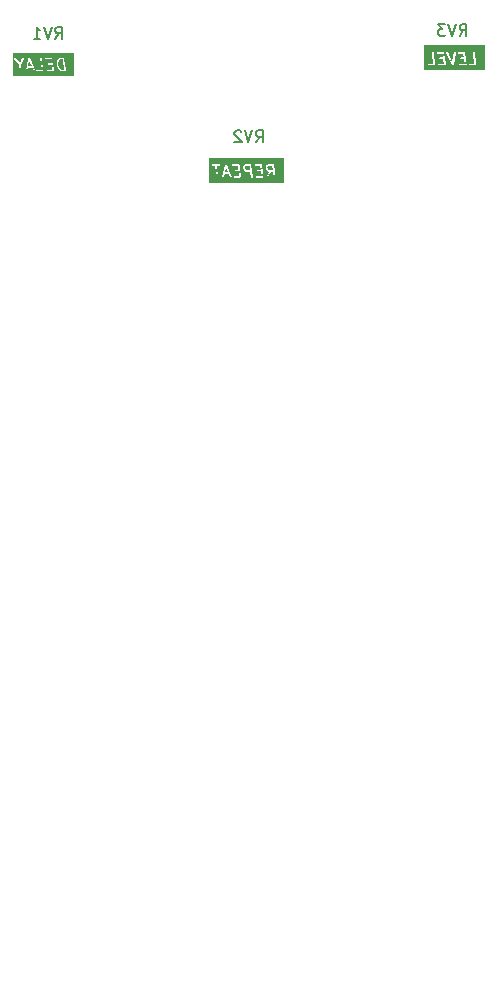
<source format=gbo>
G04 #@! TF.GenerationSoftware,KiCad,Pcbnew,7.0.5.1-1-g8f565ef7f0-dirty-deb11*
G04 #@! TF.CreationDate,2023-08-10T10:02:23+00:00*
G04 #@! TF.ProjectId,rebote-smd,7265626f-7465-42d7-936d-642e6b696361,1.0*
G04 #@! TF.SameCoordinates,Original*
G04 #@! TF.FileFunction,Legend,Bot*
G04 #@! TF.FilePolarity,Positive*
%FSLAX46Y46*%
G04 Gerber Fmt 4.6, Leading zero omitted, Abs format (unit mm)*
G04 Created by KiCad (PCBNEW 7.0.5.1-1-g8f565ef7f0-dirty-deb11) date 2023-08-10 10:02:23*
%MOMM*%
%LPD*%
G01*
G04 APERTURE LIST*
%ADD10C,0.150000*%
%ADD11C,0.125000*%
%ADD12C,1.998980*%
%ADD13O,3.000000X1.900000*%
%ADD14C,3.400000*%
%ADD15O,2.100000X2.100000*%
%ADD16C,2.000000*%
%ADD17C,2.300000*%
%ADD18C,2.398980*%
%ADD19C,1.700000*%
%ADD20C,1.924000*%
G04 APERTURE END LIST*
D10*
G36*
X163002857Y-67917857D02*
G01*
X157806428Y-67917857D01*
X157806428Y-67430943D01*
X158149421Y-67430943D01*
X158167717Y-67471007D01*
X158204769Y-67494819D01*
X158702330Y-67494819D01*
X158723617Y-67495212D01*
X158733782Y-67488940D01*
X158745242Y-67485576D01*
X158752137Y-67477618D01*
X158761102Y-67472088D01*
X158766263Y-67461314D01*
X158774084Y-67452290D01*
X158775582Y-67441866D01*
X158780134Y-67432368D01*
X158778652Y-67420515D01*
X158780352Y-67408695D01*
X158775977Y-67399115D01*
X158654956Y-66430943D01*
X158929183Y-66430943D01*
X158947479Y-66471007D01*
X158984531Y-66494819D01*
X159416536Y-66494819D01*
X159457309Y-66821009D01*
X159198152Y-66821009D01*
X159166674Y-66830252D01*
X159137832Y-66863538D01*
X159131564Y-66907133D01*
X159149860Y-66947197D01*
X159186912Y-66971009D01*
X159476059Y-66971009D01*
X159522785Y-67344819D01*
X159120771Y-67344819D01*
X159089293Y-67354062D01*
X159060451Y-67387348D01*
X159054183Y-67430943D01*
X159072479Y-67471007D01*
X159109531Y-67494819D01*
X159607092Y-67494819D01*
X159628379Y-67495212D01*
X159638544Y-67488940D01*
X159650004Y-67485576D01*
X159656899Y-67477618D01*
X159665864Y-67472088D01*
X159671025Y-67461314D01*
X159678846Y-67452290D01*
X159680344Y-67441866D01*
X159684896Y-67432368D01*
X159683414Y-67420515D01*
X159685114Y-67408695D01*
X159680739Y-67399115D01*
X159617937Y-66896703D01*
X159619637Y-66884885D01*
X159615263Y-66875307D01*
X159559731Y-66431049D01*
X159738722Y-66431049D01*
X160200712Y-67439030D01*
X160201416Y-67447779D01*
X160209705Y-67458652D01*
X160210722Y-67460869D01*
X160216224Y-67467201D01*
X160228120Y-67482804D01*
X160230546Y-67483684D01*
X160232240Y-67485634D01*
X160251076Y-67491136D01*
X160269520Y-67497831D01*
X160272038Y-67497259D01*
X160274517Y-67497984D01*
X160293331Y-67492431D01*
X160312474Y-67488091D01*
X160314284Y-67486248D01*
X160316759Y-67485518D01*
X160329578Y-67470683D01*
X160343342Y-67456675D01*
X160343869Y-67454145D01*
X160345556Y-67452193D01*
X160348320Y-67432777D01*
X160557037Y-66430943D01*
X160691088Y-66430943D01*
X160709384Y-66471007D01*
X160746436Y-66494819D01*
X161178441Y-66494819D01*
X161219214Y-66821009D01*
X160960057Y-66821009D01*
X160928579Y-66830252D01*
X160899737Y-66863538D01*
X160893469Y-66907133D01*
X160911765Y-66947197D01*
X160948817Y-66971009D01*
X161237964Y-66971009D01*
X161284690Y-67344819D01*
X160882676Y-67344819D01*
X160851198Y-67354062D01*
X160822356Y-67387348D01*
X160816088Y-67430943D01*
X160834384Y-67471007D01*
X160871436Y-67494819D01*
X161368997Y-67494819D01*
X161390284Y-67495212D01*
X161400449Y-67488940D01*
X161411909Y-67485576D01*
X161418804Y-67477618D01*
X161427769Y-67472088D01*
X161432930Y-67461314D01*
X161440751Y-67452290D01*
X161442249Y-67441866D01*
X161446801Y-67432368D01*
X161446623Y-67430943D01*
X161625612Y-67430943D01*
X161643908Y-67471007D01*
X161680960Y-67494819D01*
X162178521Y-67494819D01*
X162199808Y-67495212D01*
X162209973Y-67488940D01*
X162221433Y-67485576D01*
X162228328Y-67477618D01*
X162237293Y-67472088D01*
X162242454Y-67461314D01*
X162250275Y-67452290D01*
X162251773Y-67441866D01*
X162256325Y-67432368D01*
X162254843Y-67420515D01*
X162256543Y-67408695D01*
X162252168Y-67399115D01*
X162127256Y-66399818D01*
X162114181Y-66369729D01*
X162077574Y-66345239D01*
X162033538Y-66344426D01*
X161996053Y-66367550D01*
X161977021Y-66407270D01*
X162094214Y-67344819D01*
X161692200Y-67344819D01*
X161660722Y-67354062D01*
X161631880Y-67387348D01*
X161625612Y-67430943D01*
X161446623Y-67430943D01*
X161445319Y-67420515D01*
X161447019Y-67408695D01*
X161442644Y-67399115D01*
X161379842Y-66896703D01*
X161381542Y-66884885D01*
X161377168Y-66875307D01*
X161320319Y-66420516D01*
X161322019Y-66408695D01*
X161313152Y-66389280D01*
X161304657Y-66369729D01*
X161304034Y-66369312D01*
X161303723Y-66368631D01*
X161285755Y-66357083D01*
X161268050Y-66345239D01*
X161267303Y-66345225D01*
X161266671Y-66344819D01*
X161245301Y-66344819D01*
X161224014Y-66344426D01*
X161223377Y-66344819D01*
X160757676Y-66344819D01*
X160726198Y-66354062D01*
X160697356Y-66387348D01*
X160691088Y-66430943D01*
X160557037Y-66430943D01*
X160558367Y-66424560D01*
X160555738Y-66391859D01*
X160529034Y-66356834D01*
X160487634Y-66341807D01*
X160444680Y-66351547D01*
X160413812Y-66382963D01*
X160247522Y-67181149D01*
X159879765Y-66378768D01*
X159858247Y-66354004D01*
X159815970Y-66341653D01*
X159773728Y-66354120D01*
X159744930Y-66387445D01*
X159738722Y-66431049D01*
X159559731Y-66431049D01*
X159558414Y-66420516D01*
X159560114Y-66408695D01*
X159551247Y-66389280D01*
X159542752Y-66369729D01*
X159542129Y-66369312D01*
X159541818Y-66368631D01*
X159523850Y-66357083D01*
X159506145Y-66345239D01*
X159505398Y-66345225D01*
X159504766Y-66344819D01*
X159483396Y-66344819D01*
X159462109Y-66344426D01*
X159461472Y-66344819D01*
X158995771Y-66344819D01*
X158964293Y-66354062D01*
X158935451Y-66387348D01*
X158929183Y-66430943D01*
X158654956Y-66430943D01*
X158651065Y-66399818D01*
X158637990Y-66369729D01*
X158601383Y-66345239D01*
X158557347Y-66344426D01*
X158519862Y-66367550D01*
X158500830Y-66407270D01*
X158618023Y-67344819D01*
X158216009Y-67344819D01*
X158184531Y-67354062D01*
X158155689Y-67387348D01*
X158149421Y-67430943D01*
X157806428Y-67430943D01*
X157806428Y-65807143D01*
X163002857Y-65807143D01*
X163002857Y-67917857D01*
G37*
D11*
G36*
X124645841Y-67572904D02*
G01*
X124343911Y-67572904D01*
X124438264Y-67120009D01*
X124645841Y-67572904D01*
G37*
G36*
X127374822Y-67858619D02*
G01*
X127217281Y-67858619D01*
X127090355Y-67818002D01*
X126999810Y-67737516D01*
X126948368Y-67655209D01*
X126881726Y-67477494D01*
X126865750Y-67349687D01*
X126887677Y-67174269D01*
X126916813Y-67096572D01*
X126981769Y-67022337D01*
X127093086Y-66983619D01*
X127265447Y-66983619D01*
X127374822Y-67858619D01*
G37*
G36*
X128215357Y-68380357D02*
G01*
X123013571Y-68380357D01*
X123013571Y-66907791D01*
X123161621Y-66907791D01*
X123164537Y-66944378D01*
X123564262Y-67469390D01*
X123622812Y-67937789D01*
X123633708Y-67962861D01*
X123664213Y-67983271D01*
X123700911Y-67983948D01*
X123732149Y-67964677D01*
X123748009Y-67931578D01*
X123746208Y-67917170D01*
X124144506Y-67917170D01*
X124146696Y-67944419D01*
X124168949Y-67973608D01*
X124203450Y-67986130D01*
X124239245Y-67978013D01*
X124264968Y-67951832D01*
X124317870Y-67697904D01*
X124703133Y-67697904D01*
X124821120Y-67955330D01*
X124839050Y-67975966D01*
X124874281Y-67986259D01*
X124909483Y-67975870D01*
X124933482Y-67948098D01*
X124936003Y-67930389D01*
X125000192Y-67930389D01*
X125015439Y-67963776D01*
X125046316Y-67983619D01*
X125540249Y-67983619D01*
X125558055Y-67983947D01*
X125566526Y-67978720D01*
X125576076Y-67975917D01*
X125581822Y-67969285D01*
X125589293Y-67964677D01*
X125593593Y-67955701D01*
X125600112Y-67948179D01*
X125601361Y-67939490D01*
X125605153Y-67931577D01*
X125603918Y-67921701D01*
X125605335Y-67911849D01*
X125601689Y-67903865D01*
X125480004Y-66930389D01*
X125779954Y-66930389D01*
X125795201Y-66963776D01*
X125826078Y-66983619D01*
X126265447Y-66983619D01*
X126309346Y-67334809D01*
X126037824Y-67334809D01*
X126011594Y-67342511D01*
X125987558Y-67370249D01*
X125982335Y-67406579D01*
X125997582Y-67439966D01*
X126028459Y-67459809D01*
X126324970Y-67459809D01*
X126374822Y-67858619D01*
X125960443Y-67858619D01*
X125934213Y-67866321D01*
X125910177Y-67894059D01*
X125904954Y-67930389D01*
X125920201Y-67963776D01*
X125951078Y-67983619D01*
X126445011Y-67983619D01*
X126462817Y-67983947D01*
X126471288Y-67978720D01*
X126480838Y-67975917D01*
X126486584Y-67969285D01*
X126494055Y-67964677D01*
X126498355Y-67955701D01*
X126504874Y-67948179D01*
X126506123Y-67939490D01*
X126509915Y-67931577D01*
X126508680Y-67921701D01*
X126510097Y-67911849D01*
X126506451Y-67903865D01*
X126443203Y-67397888D01*
X126444620Y-67388039D01*
X126440975Y-67380057D01*
X126435872Y-67339232D01*
X126738470Y-67339232D01*
X126739777Y-67349692D01*
X126739632Y-67350856D01*
X126740888Y-67358581D01*
X126757285Y-67489757D01*
X126755657Y-67497309D01*
X126759515Y-67507599D01*
X126759718Y-67509217D01*
X126762667Y-67516004D01*
X126829406Y-67693975D01*
X126829323Y-67700586D01*
X126835728Y-67710834D01*
X126836684Y-67713383D01*
X126840472Y-67718424D01*
X126893809Y-67803765D01*
X126896334Y-67812781D01*
X126903333Y-67819002D01*
X126903336Y-67819007D01*
X126922539Y-67836074D01*
X127013583Y-67917004D01*
X127022189Y-67927433D01*
X127035748Y-67931771D01*
X127048631Y-67937853D01*
X127052975Y-67937284D01*
X127180646Y-67978139D01*
X127189173Y-67983619D01*
X127206782Y-67983619D01*
X127224365Y-67984043D01*
X127225061Y-67983619D01*
X127445011Y-67983619D01*
X127462817Y-67983947D01*
X127471288Y-67978720D01*
X127480838Y-67975917D01*
X127486584Y-67969285D01*
X127494055Y-67964677D01*
X127498355Y-67955701D01*
X127504874Y-67948179D01*
X127506123Y-67939490D01*
X127509915Y-67931577D01*
X127508680Y-67921701D01*
X127510097Y-67911849D01*
X127506451Y-67903865D01*
X127383680Y-66921701D01*
X127385097Y-66911849D01*
X127377714Y-66895683D01*
X127370628Y-66879377D01*
X127370109Y-66879030D01*
X127369850Y-66878462D01*
X127354921Y-66868868D01*
X127340123Y-66858967D01*
X127339496Y-66858955D01*
X127338973Y-66858619D01*
X127321231Y-66858619D01*
X127303425Y-66858291D01*
X127302893Y-66858619D01*
X127089950Y-66858619D01*
X127079326Y-66856059D01*
X127063447Y-66861581D01*
X127047308Y-66866321D01*
X127046223Y-66867572D01*
X126926685Y-66909150D01*
X126910670Y-66913770D01*
X126903374Y-66922108D01*
X126894356Y-66928551D01*
X126891528Y-66935646D01*
X126819612Y-67017834D01*
X126810210Y-67024848D01*
X126804585Y-67039847D01*
X126797857Y-67054394D01*
X126798201Y-67056872D01*
X126771783Y-67127319D01*
X126766832Y-67133252D01*
X126765468Y-67144159D01*
X126764897Y-67145684D01*
X126764357Y-67153051D01*
X126742007Y-67331848D01*
X126738470Y-67339232D01*
X126435872Y-67339232D01*
X126383680Y-66921701D01*
X126385097Y-66911849D01*
X126377714Y-66895683D01*
X126370628Y-66879377D01*
X126370109Y-66879030D01*
X126369850Y-66878462D01*
X126354921Y-66868868D01*
X126340123Y-66858967D01*
X126339496Y-66858955D01*
X126338973Y-66858619D01*
X126321231Y-66858619D01*
X126303425Y-66858291D01*
X126302893Y-66858619D01*
X125835443Y-66858619D01*
X125809213Y-66866321D01*
X125785177Y-66894059D01*
X125779954Y-66930389D01*
X125480004Y-66930389D01*
X125476762Y-66904449D01*
X125465866Y-66879377D01*
X125435361Y-66858967D01*
X125398663Y-66858291D01*
X125367425Y-66877561D01*
X125351565Y-66910661D01*
X125470060Y-67858619D01*
X125055681Y-67858619D01*
X125029451Y-67866321D01*
X125005415Y-67894059D01*
X125000192Y-67930389D01*
X124936003Y-67930389D01*
X124938655Y-67911761D01*
X124800166Y-67609604D01*
X124792468Y-67592747D01*
X124792428Y-67592721D01*
X124477273Y-66905111D01*
X124476687Y-66897818D01*
X124469775Y-66888752D01*
X124468930Y-66886908D01*
X124464354Y-66881642D01*
X124454434Y-66868630D01*
X124452409Y-66867895D01*
X124451000Y-66866273D01*
X124435318Y-66861691D01*
X124419933Y-66856107D01*
X124417833Y-66856583D01*
X124415769Y-66855980D01*
X124400090Y-66860607D01*
X124384138Y-66864225D01*
X124382629Y-66865760D01*
X124380567Y-66866369D01*
X124369879Y-66878736D01*
X124358415Y-66890405D01*
X124357976Y-66892511D01*
X124356569Y-66894140D01*
X124354263Y-66910333D01*
X124209176Y-67606750D01*
X124207796Y-67608344D01*
X124205461Y-67624584D01*
X124144506Y-67917170D01*
X123746208Y-67917170D01*
X123688595Y-67456259D01*
X123951787Y-66941573D01*
X123956872Y-66914713D01*
X123943119Y-66880684D01*
X123913151Y-66859493D01*
X123876483Y-66857867D01*
X123844758Y-66876324D01*
X123613760Y-67328052D01*
X123269665Y-66876108D01*
X123247648Y-66859904D01*
X123211018Y-66857583D01*
X123178949Y-66875435D01*
X123161621Y-66907791D01*
X123013571Y-66907791D01*
X123013571Y-66407143D01*
X128215357Y-66407143D01*
X128215357Y-68380357D01*
G37*
D10*
G36*
X141264676Y-76559104D02*
G01*
X140997598Y-76559104D01*
X141081060Y-76158487D01*
X141264676Y-76559104D01*
G37*
G36*
X145034690Y-76368628D02*
G01*
X144885051Y-76368628D01*
X144866625Y-76366901D01*
X144863290Y-76368628D01*
X144755461Y-76368628D01*
X144679241Y-76332759D01*
X144641819Y-76299496D01*
X144596779Y-76227432D01*
X144583266Y-76119326D01*
X144607699Y-76054172D01*
X144631339Y-76027155D01*
X144691970Y-75994819D01*
X144987965Y-75994819D01*
X145034690Y-76368628D01*
G37*
G36*
X143129928Y-76368628D02*
G01*
X142850699Y-76368628D01*
X142774479Y-76332759D01*
X142737057Y-76299496D01*
X142692017Y-76227432D01*
X142678504Y-76119326D01*
X142702937Y-76054172D01*
X142726577Y-76027155D01*
X142787208Y-75994819D01*
X143083203Y-75994819D01*
X143129928Y-76368628D01*
G37*
G36*
X146002857Y-77417857D02*
G01*
X139663571Y-77417857D01*
X139663571Y-75930943D01*
X139881564Y-75930943D01*
X139899860Y-75971007D01*
X139936912Y-75994819D01*
X140178441Y-75994819D01*
X140296565Y-76939820D01*
X140309641Y-76969909D01*
X140346248Y-76994399D01*
X140390284Y-76995212D01*
X140427769Y-76972088D01*
X140446801Y-76932368D01*
X140444640Y-76915078D01*
X140770216Y-76915078D01*
X140772845Y-76947779D01*
X140799549Y-76982804D01*
X140840949Y-76997832D01*
X140883903Y-76988091D01*
X140914771Y-76956675D01*
X140966348Y-76709104D01*
X141333426Y-76709104D01*
X141448819Y-76960870D01*
X141470337Y-76985634D01*
X141512613Y-76997985D01*
X141554855Y-76985519D01*
X141583653Y-76952193D01*
X141589861Y-76908589D01*
X141449684Y-76602748D01*
X141440627Y-76582916D01*
X141440580Y-76582885D01*
X141141773Y-75930943D01*
X141595850Y-75930943D01*
X141614146Y-75971007D01*
X141651198Y-75994819D01*
X142083203Y-75994819D01*
X142123976Y-76321009D01*
X141864819Y-76321009D01*
X141833341Y-76330252D01*
X141804499Y-76363538D01*
X141798231Y-76407133D01*
X141816527Y-76447197D01*
X141853579Y-76471009D01*
X142142726Y-76471009D01*
X142189452Y-76844819D01*
X141787438Y-76844819D01*
X141755960Y-76854062D01*
X141727118Y-76887348D01*
X141720850Y-76930943D01*
X141739146Y-76971007D01*
X141776198Y-76994819D01*
X142273759Y-76994819D01*
X142295046Y-76995212D01*
X142305211Y-76988940D01*
X142316671Y-76985576D01*
X142323566Y-76977618D01*
X142332531Y-76972088D01*
X142337692Y-76961314D01*
X142345513Y-76952290D01*
X142347011Y-76941866D01*
X142351563Y-76932368D01*
X142350081Y-76920515D01*
X142351781Y-76908695D01*
X142347406Y-76899115D01*
X142284604Y-76396703D01*
X142286304Y-76384885D01*
X142281930Y-76375307D01*
X142247235Y-76097746D01*
X142524640Y-76097746D01*
X142526449Y-76112222D01*
X142525383Y-76126776D01*
X142529130Y-76133667D01*
X142544590Y-76257348D01*
X142544378Y-76274227D01*
X142553089Y-76288165D01*
X142559641Y-76303242D01*
X142564575Y-76306543D01*
X142609857Y-76378994D01*
X142612886Y-76389815D01*
X142674891Y-76444931D01*
X142680883Y-76454493D01*
X142700869Y-76463898D01*
X142720643Y-76473232D01*
X142720690Y-76473225D01*
X142797533Y-76509387D01*
X142811912Y-76518628D01*
X142828141Y-76518628D01*
X142844173Y-76521121D01*
X142849801Y-76518628D01*
X143148678Y-76518628D01*
X143201327Y-76939820D01*
X143214403Y-76969909D01*
X143251010Y-76994399D01*
X143295046Y-76995212D01*
X143332531Y-76972088D01*
X143351563Y-76932368D01*
X143290557Y-76444324D01*
X143292257Y-76432504D01*
X143287882Y-76422924D01*
X143226384Y-75930943D01*
X143500612Y-75930943D01*
X143518908Y-75971007D01*
X143555960Y-75994819D01*
X143987965Y-75994819D01*
X144028738Y-76321009D01*
X143769581Y-76321009D01*
X143738103Y-76330252D01*
X143709261Y-76363538D01*
X143702993Y-76407133D01*
X143721289Y-76447197D01*
X143758341Y-76471009D01*
X144047488Y-76471009D01*
X144094214Y-76844819D01*
X143692200Y-76844819D01*
X143660722Y-76854062D01*
X143631880Y-76887348D01*
X143625612Y-76930943D01*
X143643908Y-76971007D01*
X143680960Y-76994819D01*
X144178521Y-76994819D01*
X144199808Y-76995212D01*
X144209973Y-76988940D01*
X144221433Y-76985576D01*
X144228328Y-76977618D01*
X144237293Y-76972088D01*
X144242454Y-76961314D01*
X144250275Y-76952290D01*
X144251773Y-76941866D01*
X144256325Y-76932368D01*
X144254843Y-76920515D01*
X144256543Y-76908695D01*
X144252168Y-76899115D01*
X144189366Y-76396703D01*
X144191066Y-76384885D01*
X144186692Y-76375307D01*
X144151997Y-76097746D01*
X144429402Y-76097746D01*
X144431211Y-76112222D01*
X144430145Y-76126776D01*
X144433892Y-76133667D01*
X144449352Y-76257348D01*
X144449140Y-76274227D01*
X144457851Y-76288165D01*
X144464403Y-76303242D01*
X144469337Y-76306543D01*
X144514619Y-76378994D01*
X144517648Y-76389815D01*
X144579653Y-76444931D01*
X144585645Y-76454493D01*
X144605631Y-76463898D01*
X144625405Y-76473232D01*
X144625452Y-76473225D01*
X144702295Y-76509387D01*
X144716674Y-76518628D01*
X144732903Y-76518628D01*
X144748935Y-76521121D01*
X144751009Y-76520202D01*
X144537352Y-76891781D01*
X144529673Y-76923676D01*
X144544152Y-76965272D01*
X144578821Y-76992437D01*
X144622672Y-76996546D01*
X144661785Y-76976295D01*
X144924943Y-76518628D01*
X145053440Y-76518628D01*
X145106089Y-76939820D01*
X145119165Y-76969909D01*
X145155772Y-76994399D01*
X145199808Y-76995212D01*
X145237293Y-76972088D01*
X145256325Y-76932368D01*
X145195319Y-76444324D01*
X145197019Y-76432504D01*
X145192644Y-76422924D01*
X145129843Y-75920516D01*
X145131543Y-75908695D01*
X145122674Y-75889273D01*
X145114181Y-75869729D01*
X145113558Y-75869312D01*
X145113247Y-75868631D01*
X145095279Y-75857083D01*
X145077574Y-75845239D01*
X145076827Y-75845225D01*
X145076195Y-75844819D01*
X145054825Y-75844819D01*
X145033538Y-75844426D01*
X145032901Y-75844819D01*
X144676273Y-75844819D01*
X144657357Y-75843279D01*
X144644708Y-75850024D01*
X144630960Y-75854062D01*
X144625650Y-75860189D01*
X144555587Y-75897556D01*
X144541994Y-75901477D01*
X144529379Y-75915893D01*
X144515702Y-75929304D01*
X144515017Y-75932306D01*
X144491058Y-75959688D01*
X144479776Y-75968103D01*
X144473024Y-75986107D01*
X144464952Y-76003559D01*
X144465364Y-76006532D01*
X144437486Y-76080873D01*
X144429402Y-76097746D01*
X144151997Y-76097746D01*
X144129843Y-75920516D01*
X144131543Y-75908695D01*
X144122674Y-75889273D01*
X144114181Y-75869729D01*
X144113558Y-75869312D01*
X144113247Y-75868631D01*
X144095279Y-75857083D01*
X144077574Y-75845239D01*
X144076827Y-75845225D01*
X144076195Y-75844819D01*
X144054825Y-75844819D01*
X144033538Y-75844426D01*
X144032901Y-75844819D01*
X143567200Y-75844819D01*
X143535722Y-75854062D01*
X143506880Y-75887348D01*
X143500612Y-75930943D01*
X143226384Y-75930943D01*
X143225081Y-75920516D01*
X143226781Y-75908695D01*
X143217912Y-75889273D01*
X143209419Y-75869729D01*
X143208796Y-75869312D01*
X143208485Y-75868631D01*
X143190517Y-75857083D01*
X143172812Y-75845239D01*
X143172065Y-75845225D01*
X143171433Y-75844819D01*
X143150063Y-75844819D01*
X143128776Y-75844426D01*
X143128139Y-75844819D01*
X142771511Y-75844819D01*
X142752595Y-75843279D01*
X142739946Y-75850024D01*
X142726198Y-75854062D01*
X142720888Y-75860189D01*
X142650825Y-75897556D01*
X142637232Y-75901477D01*
X142624617Y-75915893D01*
X142610940Y-75929304D01*
X142610255Y-75932306D01*
X142586296Y-75959688D01*
X142575014Y-75968103D01*
X142568262Y-75986107D01*
X142560190Y-76003559D01*
X142560602Y-76006532D01*
X142532724Y-76080873D01*
X142524640Y-76097746D01*
X142247235Y-76097746D01*
X142225081Y-75920516D01*
X142226781Y-75908695D01*
X142217912Y-75889273D01*
X142209419Y-75869729D01*
X142208796Y-75869312D01*
X142208485Y-75868631D01*
X142190517Y-75857083D01*
X142172812Y-75845239D01*
X142172065Y-75845225D01*
X142171433Y-75844819D01*
X142150063Y-75844819D01*
X142128776Y-75844426D01*
X142128139Y-75844819D01*
X141662438Y-75844819D01*
X141630960Y-75854062D01*
X141602118Y-75887348D01*
X141595850Y-75930943D01*
X141141773Y-75930943D01*
X141127869Y-75900608D01*
X141127166Y-75891859D01*
X141118874Y-75880984D01*
X141117859Y-75878768D01*
X141112358Y-75872437D01*
X141100462Y-75856834D01*
X141098035Y-75855953D01*
X141096342Y-75854004D01*
X141077507Y-75848501D01*
X141059062Y-75841806D01*
X141056543Y-75842377D01*
X141054065Y-75841653D01*
X141035248Y-75847206D01*
X141016108Y-75851547D01*
X141014297Y-75853389D01*
X141011823Y-75854120D01*
X140999000Y-75868958D01*
X140985240Y-75882963D01*
X140984713Y-75885491D01*
X140983025Y-75887445D01*
X140980259Y-75906869D01*
X140835914Y-76599724D01*
X140834261Y-76601633D01*
X140831463Y-76621089D01*
X140770216Y-76915078D01*
X140444640Y-76915078D01*
X140329607Y-75994819D01*
X140541145Y-75994819D01*
X140572623Y-75985576D01*
X140601465Y-75952290D01*
X140607733Y-75908695D01*
X140589437Y-75868631D01*
X140552385Y-75844819D01*
X140245301Y-75844819D01*
X140224014Y-75844426D01*
X140223377Y-75844819D01*
X139948152Y-75844819D01*
X139916674Y-75854062D01*
X139887832Y-75887348D01*
X139881564Y-75930943D01*
X139663571Y-75930943D01*
X139663571Y-75307143D01*
X146002857Y-75307143D01*
X146002857Y-77417857D01*
G37*
X143605238Y-74004819D02*
X143938571Y-73528628D01*
X144176666Y-74004819D02*
X144176666Y-73004819D01*
X144176666Y-73004819D02*
X143795714Y-73004819D01*
X143795714Y-73004819D02*
X143700476Y-73052438D01*
X143700476Y-73052438D02*
X143652857Y-73100057D01*
X143652857Y-73100057D02*
X143605238Y-73195295D01*
X143605238Y-73195295D02*
X143605238Y-73338152D01*
X143605238Y-73338152D02*
X143652857Y-73433390D01*
X143652857Y-73433390D02*
X143700476Y-73481009D01*
X143700476Y-73481009D02*
X143795714Y-73528628D01*
X143795714Y-73528628D02*
X144176666Y-73528628D01*
X143319523Y-73004819D02*
X142986190Y-74004819D01*
X142986190Y-74004819D02*
X142652857Y-73004819D01*
X142367142Y-73100057D02*
X142319523Y-73052438D01*
X142319523Y-73052438D02*
X142224285Y-73004819D01*
X142224285Y-73004819D02*
X141986190Y-73004819D01*
X141986190Y-73004819D02*
X141890952Y-73052438D01*
X141890952Y-73052438D02*
X141843333Y-73100057D01*
X141843333Y-73100057D02*
X141795714Y-73195295D01*
X141795714Y-73195295D02*
X141795714Y-73290533D01*
X141795714Y-73290533D02*
X141843333Y-73433390D01*
X141843333Y-73433390D02*
X142414761Y-74004819D01*
X142414761Y-74004819D02*
X141795714Y-74004819D01*
X126605238Y-65254819D02*
X126938571Y-64778628D01*
X127176666Y-65254819D02*
X127176666Y-64254819D01*
X127176666Y-64254819D02*
X126795714Y-64254819D01*
X126795714Y-64254819D02*
X126700476Y-64302438D01*
X126700476Y-64302438D02*
X126652857Y-64350057D01*
X126652857Y-64350057D02*
X126605238Y-64445295D01*
X126605238Y-64445295D02*
X126605238Y-64588152D01*
X126605238Y-64588152D02*
X126652857Y-64683390D01*
X126652857Y-64683390D02*
X126700476Y-64731009D01*
X126700476Y-64731009D02*
X126795714Y-64778628D01*
X126795714Y-64778628D02*
X127176666Y-64778628D01*
X126319523Y-64254819D02*
X125986190Y-65254819D01*
X125986190Y-65254819D02*
X125652857Y-64254819D01*
X124795714Y-65254819D02*
X125367142Y-65254819D01*
X125081428Y-65254819D02*
X125081428Y-64254819D01*
X125081428Y-64254819D02*
X125176666Y-64397676D01*
X125176666Y-64397676D02*
X125271904Y-64492914D01*
X125271904Y-64492914D02*
X125367142Y-64540533D01*
X160855238Y-65004819D02*
X161188571Y-64528628D01*
X161426666Y-65004819D02*
X161426666Y-64004819D01*
X161426666Y-64004819D02*
X161045714Y-64004819D01*
X161045714Y-64004819D02*
X160950476Y-64052438D01*
X160950476Y-64052438D02*
X160902857Y-64100057D01*
X160902857Y-64100057D02*
X160855238Y-64195295D01*
X160855238Y-64195295D02*
X160855238Y-64338152D01*
X160855238Y-64338152D02*
X160902857Y-64433390D01*
X160902857Y-64433390D02*
X160950476Y-64481009D01*
X160950476Y-64481009D02*
X161045714Y-64528628D01*
X161045714Y-64528628D02*
X161426666Y-64528628D01*
X160569523Y-64004819D02*
X160236190Y-65004819D01*
X160236190Y-65004819D02*
X159902857Y-64004819D01*
X159664761Y-64004819D02*
X159045714Y-64004819D01*
X159045714Y-64004819D02*
X159379047Y-64385771D01*
X159379047Y-64385771D02*
X159236190Y-64385771D01*
X159236190Y-64385771D02*
X159140952Y-64433390D01*
X159140952Y-64433390D02*
X159093333Y-64481009D01*
X159093333Y-64481009D02*
X159045714Y-64576247D01*
X159045714Y-64576247D02*
X159045714Y-64814342D01*
X159045714Y-64814342D02*
X159093333Y-64909580D01*
X159093333Y-64909580D02*
X159140952Y-64957200D01*
X159140952Y-64957200D02*
X159236190Y-65004819D01*
X159236190Y-65004819D02*
X159521904Y-65004819D01*
X159521904Y-65004819D02*
X159617142Y-64957200D01*
X159617142Y-64957200D02*
X159664761Y-64909580D01*
D12*
X155500000Y-135000000D03*
X155500000Y-142620000D03*
X127760000Y-142600000D03*
X127760000Y-134980000D03*
X131010000Y-135000000D03*
X131010000Y-142620000D03*
%LPC*%
G36*
G01*
X150050000Y-137075000D02*
X150050000Y-138575000D01*
G75*
G02*
X149850000Y-138775000I-200000J0D01*
G01*
X147250000Y-138775000D01*
G75*
G02*
X147050000Y-138575000I0J200000D01*
G01*
X147050000Y-137075000D01*
G75*
G02*
X147250000Y-136875000I200000J0D01*
G01*
X149850000Y-136875000D01*
G75*
G02*
X150050000Y-137075000I0J-200000D01*
G01*
G37*
D13*
X143250000Y-137825000D03*
X137950000Y-137825000D03*
X148550000Y-142525000D03*
X143250000Y-142550000D03*
X137950000Y-142525000D03*
X148550000Y-147225000D03*
X143250000Y-147225000D03*
X137950000Y-147225000D03*
D14*
X128595000Y-130665000D03*
X128595000Y-114435000D03*
X122245000Y-130665000D03*
X122245000Y-114435000D03*
X134945000Y-130665000D03*
X134945000Y-114435000D03*
G36*
G01*
X149860000Y-59175000D02*
X149860000Y-57475000D01*
G75*
G02*
X150060000Y-57275000I200000J0D01*
G01*
X151760000Y-57275000D01*
G75*
G02*
X151960000Y-57475000I0J-200000D01*
G01*
X151960000Y-59175000D01*
G75*
G02*
X151760000Y-59375000I-200000J0D01*
G01*
X150060000Y-59375000D01*
G75*
G02*
X149860000Y-59175000I0J200000D01*
G01*
G37*
D15*
X150910000Y-60865000D03*
G36*
G01*
X145850000Y-110300000D02*
X147550000Y-110300000D01*
G75*
G02*
X147750000Y-110500000I0J-200000D01*
G01*
X147750000Y-112200000D01*
G75*
G02*
X147550000Y-112400000I-200000J0D01*
G01*
X145850000Y-112400000D01*
G75*
G02*
X145650000Y-112200000I0J200000D01*
G01*
X145650000Y-110500000D01*
G75*
G02*
X145850000Y-110300000I200000J0D01*
G01*
G37*
X144160000Y-111350000D03*
X141620000Y-111350000D03*
X139080000Y-111350000D03*
G36*
G01*
X145850000Y-104750000D02*
X147550000Y-104750000D01*
G75*
G02*
X147750000Y-104950000I0J-200000D01*
G01*
X147750000Y-106650000D01*
G75*
G02*
X147550000Y-106850000I-200000J0D01*
G01*
X145850000Y-106850000D01*
G75*
G02*
X145650000Y-106650000I0J200000D01*
G01*
X145650000Y-104950000D01*
G75*
G02*
X145850000Y-104750000I200000J0D01*
G01*
G37*
X144160000Y-105800000D03*
X141620000Y-105800000D03*
X139080000Y-105800000D03*
G36*
G01*
X161200000Y-139200000D02*
X162800000Y-139200000D01*
G75*
G02*
X163000000Y-139400000I0J-200000D01*
G01*
X163000000Y-141000000D01*
G75*
G02*
X162800000Y-141200000I-200000J0D01*
G01*
X161200000Y-141200000D01*
G75*
G02*
X161000000Y-141000000I0J200000D01*
G01*
X161000000Y-139400000D01*
G75*
G02*
X161200000Y-139200000I200000J0D01*
G01*
G37*
D16*
X162000000Y-142700000D03*
G36*
G01*
X123700000Y-136590000D02*
X123700000Y-138490000D01*
G75*
G02*
X123500000Y-138690000I-200000J0D01*
G01*
X121500000Y-138690000D01*
G75*
G02*
X121300000Y-138490000I0J200000D01*
G01*
X121300000Y-136590000D01*
G75*
G02*
X121500000Y-136390000I200000J0D01*
G01*
X123500000Y-136390000D01*
G75*
G02*
X123700000Y-136590000I0J-200000D01*
G01*
G37*
D17*
X122500000Y-135000000D03*
D18*
X155500000Y-135000000D03*
X155500000Y-142620000D03*
X127760000Y-142600000D03*
X127760000Y-134980000D03*
X131010000Y-135000000D03*
X131010000Y-142620000D03*
G36*
G01*
X160200000Y-135650000D02*
X160200000Y-134350000D01*
G75*
G02*
X160400000Y-134150000I200000J0D01*
G01*
X161700000Y-134150000D01*
G75*
G02*
X161900000Y-134350000I0J-200000D01*
G01*
X161900000Y-135650000D01*
G75*
G02*
X161700000Y-135850000I-200000J0D01*
G01*
X160400000Y-135850000D01*
G75*
G02*
X160200000Y-135650000I0J200000D01*
G01*
G37*
D19*
X166050000Y-135000000D03*
G36*
G01*
X143290000Y-115760000D02*
X144990000Y-115760000D01*
G75*
G02*
X145190000Y-115960000I0J-200000D01*
G01*
X145190000Y-117660000D01*
G75*
G02*
X144990000Y-117860000I-200000J0D01*
G01*
X143290000Y-117860000D01*
G75*
G02*
X143090000Y-117660000I0J200000D01*
G01*
X143090000Y-115960000D01*
G75*
G02*
X143290000Y-115760000I200000J0D01*
G01*
G37*
D15*
X141600000Y-116810000D03*
D14*
X156925000Y-114435000D03*
X156925000Y-130665000D03*
X163275000Y-114435000D03*
X163275000Y-130665000D03*
X150575000Y-114435000D03*
X150575000Y-130665000D03*
G36*
G01*
X161304888Y-73500000D02*
X161304888Y-71900000D01*
G75*
G02*
X161504888Y-71700000I200000J0D01*
G01*
X163104888Y-71700000D01*
G75*
G02*
X163304888Y-71900000I0J-200000D01*
G01*
X163304888Y-73500000D01*
G75*
G02*
X163104888Y-73700000I-200000J0D01*
G01*
X161504888Y-73700000D01*
G75*
G02*
X161304888Y-73500000I0J200000D01*
G01*
G37*
D16*
X164804888Y-72700000D03*
G36*
G01*
X160910000Y-84000000D02*
X159310000Y-84000000D01*
G75*
G02*
X159110000Y-83800000I0J200000D01*
G01*
X159110000Y-82200000D01*
G75*
G02*
X159310000Y-82000000I200000J0D01*
G01*
X160910000Y-82000000D01*
G75*
G02*
X161110000Y-82200000I0J-200000D01*
G01*
X161110000Y-83800000D01*
G75*
G02*
X160910000Y-84000000I-200000J0D01*
G01*
G37*
X160110000Y-80500000D03*
G36*
G01*
X166310000Y-100194888D02*
X167910000Y-100194888D01*
G75*
G02*
X168110000Y-100394888I0J-200000D01*
G01*
X168110000Y-101994888D01*
G75*
G02*
X167910000Y-102194888I-200000J0D01*
G01*
X166310000Y-102194888D01*
G75*
G02*
X166110000Y-101994888I0J200000D01*
G01*
X166110000Y-100394888D01*
G75*
G02*
X166310000Y-100194888I200000J0D01*
G01*
G37*
X167110000Y-103694888D03*
G36*
G01*
X157110000Y-79400000D02*
X155510000Y-79400000D01*
G75*
G02*
X155310000Y-79200000I0J200000D01*
G01*
X155310000Y-77600000D01*
G75*
G02*
X155510000Y-77400000I200000J0D01*
G01*
X157110000Y-77400000D01*
G75*
G02*
X157310000Y-77600000I0J-200000D01*
G01*
X157310000Y-79200000D01*
G75*
G02*
X157110000Y-79400000I-200000J0D01*
G01*
G37*
X156310000Y-75900000D03*
D20*
X138010000Y-64800000D03*
X143010000Y-64800000D03*
X148010000Y-64800000D03*
X121260000Y-54550000D03*
X126260000Y-54550000D03*
X131260000Y-54550000D03*
X155010000Y-54300000D03*
X160010000Y-54300000D03*
X165010000Y-54300000D03*
%LPD*%
M02*

</source>
